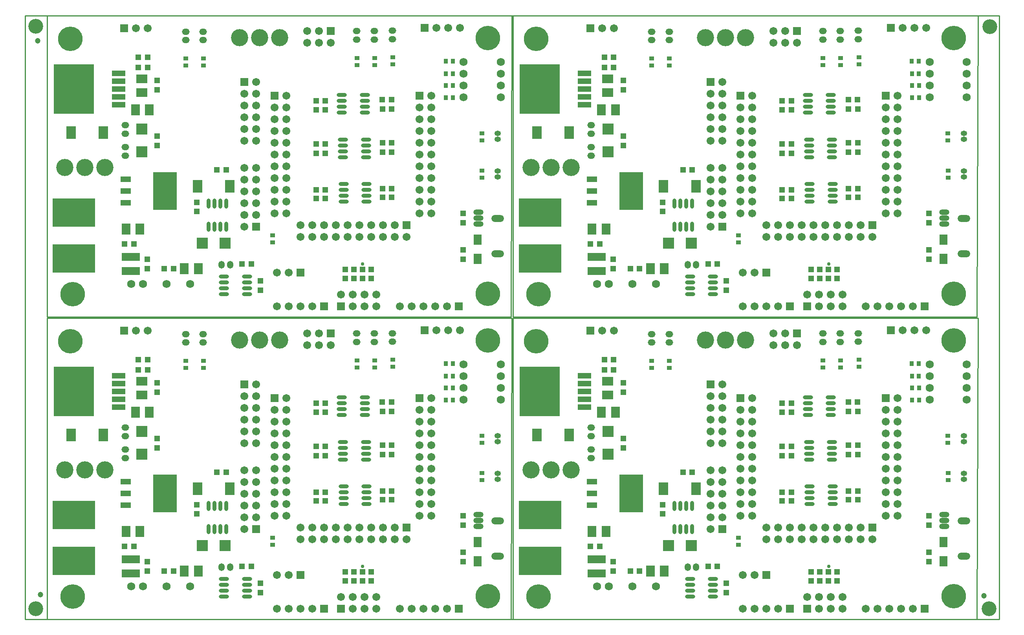
<source format=gts>
G04*
G04 #@! TF.GenerationSoftware,Altium Limited,Altium Designer,20.0.13 (296)*
G04*
G04 Layer_Color=8388736*
%FSLAX24Y24*%
%MOIN*%
G70*
G01*
G75*
%ADD34C,0.0100*%
%ADD73C,0.0474*%
%ADD74O,0.0867X0.0316*%
%ADD75R,0.0474X0.0474*%
%ADD76R,0.0474X0.0474*%
%ADD77R,0.0926X0.0730*%
%ADD78R,0.0730X0.0926*%
%ADD79R,0.0926X0.0966*%
%ADD80O,0.0651X0.0533*%
%ADD81R,0.3623X0.2442*%
%ADD82R,0.2049X0.3230*%
%ADD83R,0.0907X0.0493*%
%ADD84R,0.1537X0.0671*%
%ADD85R,0.0395X0.0379*%
%ADD86O,0.0533X0.0651*%
%ADD87R,0.0848X0.1064*%
%ADD88R,0.0966X0.0926*%
%ADD89O,0.0316X0.0867*%
%ADD90R,0.3387X0.4214*%
%ADD91R,0.1182X0.0493*%
%ADD92R,0.0710X0.0867*%
%ADD93R,0.0379X0.0395*%
%ADD94C,0.1261*%
%ADD95C,0.0310*%
%ADD96C,0.2080*%
%ADD97C,0.0671*%
%ADD98R,0.0671X0.0671*%
%ADD99C,0.0671*%
%ADD100R,0.0671X0.0671*%
%ADD101C,0.1458*%
%ADD102C,0.0680*%
%ADD103O,0.0867X0.0474*%
%ADD104O,0.0867X0.0474*%
%ADD105O,0.1080X0.0580*%
%ADD106O,0.0552X0.0434*%
%ADD107C,0.0300*%
D34*
X0Y0D02*
X78900D01*
X0Y51300D02*
X79050D01*
X78700D02*
X79400D01*
X80700D01*
X79400Y0D02*
X80700D01*
X78700D02*
X79400D01*
X80700Y51300D02*
X80700Y0D01*
X-1969D02*
Y51300D01*
X-700D02*
X0D01*
X-1969D02*
X-700D01*
X-1969Y0D02*
X-700D01*
X0D01*
X-100Y25600D02*
X39270D01*
X37329Y23682D02*
X37329Y23682D01*
X39270Y0D02*
X39349Y25600D01*
X33900Y25600D02*
X39349D01*
X-100D02*
X-100Y10D01*
Y0D02*
X39270D01*
X39449Y25600D02*
X78819D01*
X76877Y23682D02*
X76877Y23682D01*
X78819Y0D02*
X78897Y25600D01*
X73449Y25600D02*
X78897D01*
X39449D02*
X39449Y10D01*
Y0D02*
X78819D01*
X-100Y51300D02*
X39270D01*
X37329Y49382D02*
X37329Y49382D01*
X39270Y25700D02*
X39349Y51300D01*
X33900Y51300D02*
X39349D01*
X-100D02*
X-100Y25710D01*
Y25700D02*
X39270D01*
X39449Y51300D02*
X78819D01*
X76877Y49382D02*
X76877Y49382D01*
X78819Y25700D02*
X78897Y51300D01*
X73449Y51300D02*
X78897D01*
X39449D02*
X39449Y25710D01*
Y25700D02*
X78819D01*
D73*
X79400Y2000D02*
D03*
X-650Y2100D02*
D03*
X-900Y49150D02*
D03*
D74*
X27025Y9800D02*
D03*
Y10300D02*
D03*
Y10800D02*
D03*
Y11300D02*
D03*
X25076Y9800D02*
D03*
Y10300D02*
D03*
Y10800D02*
D03*
Y11300D02*
D03*
X26975Y13575D02*
D03*
Y14075D02*
D03*
Y14575D02*
D03*
Y15075D02*
D03*
X25026Y13575D02*
D03*
Y14075D02*
D03*
Y14575D02*
D03*
Y15075D02*
D03*
X26875Y17350D02*
D03*
Y17850D02*
D03*
Y18350D02*
D03*
Y18850D02*
D03*
X24926Y17350D02*
D03*
Y17850D02*
D03*
Y18350D02*
D03*
Y18850D02*
D03*
X14926Y3415D02*
D03*
Y2915D02*
D03*
Y2415D02*
D03*
Y1915D02*
D03*
X16875Y3415D02*
D03*
Y2915D02*
D03*
Y2415D02*
D03*
Y1915D02*
D03*
X66573Y9800D02*
D03*
Y10300D02*
D03*
Y10800D02*
D03*
Y11300D02*
D03*
X64625Y9800D02*
D03*
Y10300D02*
D03*
Y10800D02*
D03*
Y11300D02*
D03*
X66523Y13575D02*
D03*
Y14075D02*
D03*
Y14575D02*
D03*
Y15075D02*
D03*
X64575Y13575D02*
D03*
Y14075D02*
D03*
Y14575D02*
D03*
Y15075D02*
D03*
X66423Y17350D02*
D03*
Y17850D02*
D03*
Y18350D02*
D03*
Y18850D02*
D03*
X64475Y17350D02*
D03*
Y17850D02*
D03*
Y18350D02*
D03*
Y18850D02*
D03*
X54475Y3415D02*
D03*
Y2915D02*
D03*
Y2415D02*
D03*
Y1915D02*
D03*
X56423Y3415D02*
D03*
Y2915D02*
D03*
Y2415D02*
D03*
Y1915D02*
D03*
X27025Y35500D02*
D03*
Y36000D02*
D03*
Y36500D02*
D03*
Y37000D02*
D03*
X25076Y35500D02*
D03*
Y36000D02*
D03*
Y36500D02*
D03*
Y37000D02*
D03*
X26975Y39275D02*
D03*
Y39775D02*
D03*
Y40275D02*
D03*
Y40775D02*
D03*
X25026Y39275D02*
D03*
Y39775D02*
D03*
Y40275D02*
D03*
Y40775D02*
D03*
X26875Y43050D02*
D03*
Y43550D02*
D03*
Y44050D02*
D03*
Y44550D02*
D03*
X24926Y43050D02*
D03*
Y43550D02*
D03*
Y44050D02*
D03*
Y44550D02*
D03*
X14926Y29115D02*
D03*
Y28615D02*
D03*
Y28115D02*
D03*
Y27615D02*
D03*
X16875Y29115D02*
D03*
Y28615D02*
D03*
Y28115D02*
D03*
Y27615D02*
D03*
X66573Y35500D02*
D03*
Y36000D02*
D03*
Y36500D02*
D03*
Y37000D02*
D03*
X64625Y35500D02*
D03*
Y36000D02*
D03*
Y36500D02*
D03*
Y37000D02*
D03*
X66523Y39275D02*
D03*
Y39775D02*
D03*
Y40275D02*
D03*
Y40775D02*
D03*
X64575Y39275D02*
D03*
Y39775D02*
D03*
Y40275D02*
D03*
Y40775D02*
D03*
X66423Y43050D02*
D03*
Y43550D02*
D03*
Y44050D02*
D03*
Y44550D02*
D03*
X64475Y43050D02*
D03*
Y43550D02*
D03*
Y44050D02*
D03*
Y44550D02*
D03*
X54475Y29115D02*
D03*
Y28615D02*
D03*
Y28115D02*
D03*
Y27615D02*
D03*
X56423Y29115D02*
D03*
Y28615D02*
D03*
Y28115D02*
D03*
Y27615D02*
D03*
D75*
X22731Y18381D02*
D03*
X23519D02*
D03*
X22731Y17600D02*
D03*
X23519D02*
D03*
X22731Y14710D02*
D03*
X23519D02*
D03*
X22731Y13910D02*
D03*
X23519D02*
D03*
X22731Y10800D02*
D03*
X23519D02*
D03*
X22731Y10050D02*
D03*
X23519D02*
D03*
X29150Y17650D02*
D03*
X28363D02*
D03*
X29144Y18450D02*
D03*
X28356D02*
D03*
X29150Y14000D02*
D03*
X28363D02*
D03*
X29150Y14800D02*
D03*
X28363D02*
D03*
X29150Y10174D02*
D03*
X28363D02*
D03*
X29150Y10896D02*
D03*
X28363D02*
D03*
X10644Y4100D02*
D03*
X9856D02*
D03*
X7265Y6200D02*
D03*
X6478D02*
D03*
X15100Y12500D02*
D03*
X14313D02*
D03*
X16455Y4495D02*
D03*
X17243D02*
D03*
X8444Y21200D02*
D03*
X7656D02*
D03*
Y22050D02*
D03*
X8444D02*
D03*
X62280Y18381D02*
D03*
X63067D02*
D03*
X62280Y17600D02*
D03*
X63067D02*
D03*
X62280Y14710D02*
D03*
X63067D02*
D03*
X62280Y13910D02*
D03*
X63067D02*
D03*
X62280Y10800D02*
D03*
X63067D02*
D03*
X62280Y10050D02*
D03*
X63067D02*
D03*
X68699Y17650D02*
D03*
X67912D02*
D03*
X68693Y18450D02*
D03*
X67905D02*
D03*
X68699Y14000D02*
D03*
X67912D02*
D03*
X68699Y14800D02*
D03*
X67912D02*
D03*
X68699Y10174D02*
D03*
X67912D02*
D03*
X68699Y10896D02*
D03*
X67912D02*
D03*
X50193Y4100D02*
D03*
X49405D02*
D03*
X46814Y6200D02*
D03*
X46027D02*
D03*
X54649Y12500D02*
D03*
X53862D02*
D03*
X56004Y4495D02*
D03*
X56791D02*
D03*
X47993Y21200D02*
D03*
X47205D02*
D03*
Y22050D02*
D03*
X47993D02*
D03*
X22731Y44081D02*
D03*
X23519D02*
D03*
X22731Y43300D02*
D03*
X23519D02*
D03*
X22731Y40411D02*
D03*
X23519D02*
D03*
X22731Y39611D02*
D03*
X23519D02*
D03*
X22731Y36500D02*
D03*
X23519D02*
D03*
X22731Y35750D02*
D03*
X23519D02*
D03*
X29150Y43350D02*
D03*
X28363D02*
D03*
X29144Y44150D02*
D03*
X28356D02*
D03*
X29150Y39700D02*
D03*
X28363D02*
D03*
X29150Y40500D02*
D03*
X28363D02*
D03*
X29150Y35874D02*
D03*
X28363D02*
D03*
X29150Y36597D02*
D03*
X28363D02*
D03*
X10644Y29800D02*
D03*
X9856D02*
D03*
X7265Y31900D02*
D03*
X6478D02*
D03*
X15100Y38200D02*
D03*
X14313D02*
D03*
X16455Y30196D02*
D03*
X17243D02*
D03*
X8444Y46900D02*
D03*
X7656D02*
D03*
Y47750D02*
D03*
X8444D02*
D03*
X62280Y44081D02*
D03*
X63067D02*
D03*
X62280Y43300D02*
D03*
X63067D02*
D03*
X62280Y40411D02*
D03*
X63067D02*
D03*
X62280Y39611D02*
D03*
X63067D02*
D03*
X62280Y36500D02*
D03*
X63067D02*
D03*
X62280Y35750D02*
D03*
X63067D02*
D03*
X68699Y43350D02*
D03*
X67912D02*
D03*
X68693Y44150D02*
D03*
X67905D02*
D03*
X68699Y39700D02*
D03*
X67912D02*
D03*
X68699Y40500D02*
D03*
X67912D02*
D03*
X68699Y35874D02*
D03*
X67912D02*
D03*
X68699Y36597D02*
D03*
X67912D02*
D03*
X50193Y29800D02*
D03*
X49405D02*
D03*
X46814Y31900D02*
D03*
X46027D02*
D03*
X54649Y38200D02*
D03*
X53862D02*
D03*
X56004Y30196D02*
D03*
X56791D02*
D03*
X47993Y46900D02*
D03*
X47205D02*
D03*
Y47750D02*
D03*
X47993D02*
D03*
D76*
X9250Y20094D02*
D03*
Y19306D02*
D03*
Y15350D02*
D03*
Y14563D02*
D03*
X27400Y3256D02*
D03*
Y4044D02*
D03*
X25200Y3256D02*
D03*
Y4044D02*
D03*
X25933Y3256D02*
D03*
Y4044D02*
D03*
X26667Y3256D02*
D03*
Y4044D02*
D03*
X18000Y2263D02*
D03*
Y3050D02*
D03*
X8400Y4888D02*
D03*
Y4100D02*
D03*
X12600Y9738D02*
D03*
Y8950D02*
D03*
X35200Y4913D02*
D03*
Y5700D02*
D03*
Y8006D02*
D03*
Y8794D02*
D03*
X48799Y20094D02*
D03*
Y19306D02*
D03*
Y15350D02*
D03*
Y14563D02*
D03*
X66949Y3256D02*
D03*
Y4044D02*
D03*
X64749Y3256D02*
D03*
Y4044D02*
D03*
X65482Y3256D02*
D03*
Y4044D02*
D03*
X66216Y3256D02*
D03*
Y4044D02*
D03*
X57549Y2263D02*
D03*
Y3050D02*
D03*
X47949Y4888D02*
D03*
Y4100D02*
D03*
X52149Y9738D02*
D03*
Y8950D02*
D03*
X74749Y4913D02*
D03*
Y5700D02*
D03*
Y8006D02*
D03*
Y8794D02*
D03*
X9250Y45794D02*
D03*
Y45007D02*
D03*
Y41050D02*
D03*
Y40263D02*
D03*
X27400Y28957D02*
D03*
Y29744D02*
D03*
X25200Y28957D02*
D03*
Y29744D02*
D03*
X25933Y28957D02*
D03*
Y29744D02*
D03*
X26667Y28957D02*
D03*
Y29744D02*
D03*
X18000Y27963D02*
D03*
Y28750D02*
D03*
X8400Y30588D02*
D03*
Y29800D02*
D03*
X12600Y35438D02*
D03*
Y34650D02*
D03*
X35200Y30613D02*
D03*
Y31400D02*
D03*
Y33707D02*
D03*
Y34494D02*
D03*
X48799Y45794D02*
D03*
Y45007D02*
D03*
Y41050D02*
D03*
Y40263D02*
D03*
X66949Y28957D02*
D03*
Y29744D02*
D03*
X64749Y28957D02*
D03*
Y29744D02*
D03*
X65482Y28957D02*
D03*
Y29744D02*
D03*
X66216Y28957D02*
D03*
Y29744D02*
D03*
X57549Y27963D02*
D03*
Y28750D02*
D03*
X47949Y30588D02*
D03*
Y29800D02*
D03*
X52149Y35438D02*
D03*
Y34650D02*
D03*
X74749Y30613D02*
D03*
Y31400D02*
D03*
Y33707D02*
D03*
Y34494D02*
D03*
D77*
X7942Y20241D02*
D03*
Y19060D02*
D03*
X47491Y20241D02*
D03*
Y19060D02*
D03*
X7942Y45941D02*
D03*
Y44760D02*
D03*
X47491Y45941D02*
D03*
Y44760D02*
D03*
D78*
X7410Y17600D02*
D03*
X8591D02*
D03*
X11560Y4092D02*
D03*
X12741D02*
D03*
X7787Y7450D02*
D03*
X6606D02*
D03*
X46958Y17600D02*
D03*
X48139D02*
D03*
X51108Y4092D02*
D03*
X52289D02*
D03*
X47336Y7450D02*
D03*
X46155D02*
D03*
X7410Y43300D02*
D03*
X8591D02*
D03*
X11560Y29792D02*
D03*
X12741D02*
D03*
X7787Y33150D02*
D03*
X6606D02*
D03*
X46958Y43300D02*
D03*
X48139D02*
D03*
X51108Y29792D02*
D03*
X52289D02*
D03*
X47336Y33150D02*
D03*
X46155D02*
D03*
D79*
X7950Y15965D02*
D03*
Y14036D02*
D03*
X47499Y15965D02*
D03*
Y14036D02*
D03*
X7950Y41665D02*
D03*
Y39736D02*
D03*
X47499Y41665D02*
D03*
Y39736D02*
D03*
D80*
X6543Y14420D02*
D03*
Y13691D02*
D03*
Y15577D02*
D03*
Y16305D02*
D03*
X29200Y24314D02*
D03*
Y23586D02*
D03*
X26180Y23565D02*
D03*
Y24294D02*
D03*
X27670Y23565D02*
D03*
Y24294D02*
D03*
X13155Y23517D02*
D03*
Y24245D02*
D03*
X11665Y23517D02*
D03*
Y24245D02*
D03*
X46092Y14420D02*
D03*
Y13691D02*
D03*
Y15577D02*
D03*
Y16305D02*
D03*
X68749Y24314D02*
D03*
Y23586D02*
D03*
X65729Y23565D02*
D03*
Y24294D02*
D03*
X67219Y23565D02*
D03*
Y24294D02*
D03*
X52704Y23517D02*
D03*
Y24245D02*
D03*
X51214Y23517D02*
D03*
Y24245D02*
D03*
X6543Y40120D02*
D03*
Y39392D02*
D03*
Y41277D02*
D03*
Y42006D02*
D03*
X29200Y50015D02*
D03*
Y49286D02*
D03*
X26180Y49266D02*
D03*
Y49994D02*
D03*
X27670Y49266D02*
D03*
Y49994D02*
D03*
X13155Y49217D02*
D03*
Y49946D02*
D03*
X11665Y49217D02*
D03*
Y49946D02*
D03*
X46092Y40120D02*
D03*
Y39392D02*
D03*
Y41277D02*
D03*
Y42006D02*
D03*
X68749Y50015D02*
D03*
Y49286D02*
D03*
X65729Y49266D02*
D03*
Y49994D02*
D03*
X67219Y49266D02*
D03*
Y49994D02*
D03*
X52704Y49217D02*
D03*
Y49946D02*
D03*
X51214Y49217D02*
D03*
Y49946D02*
D03*
D81*
X2187Y4950D02*
D03*
Y8850D02*
D03*
X41736Y4950D02*
D03*
Y8850D02*
D03*
X2187Y30650D02*
D03*
Y34550D02*
D03*
X41736Y30650D02*
D03*
Y34550D02*
D03*
D82*
X9914Y10700D02*
D03*
X49462D02*
D03*
X9914Y36400D02*
D03*
X49462D02*
D03*
D83*
X6587Y9700D02*
D03*
Y10700D02*
D03*
Y11700D02*
D03*
X46136Y9700D02*
D03*
Y10700D02*
D03*
Y11700D02*
D03*
X6587Y35400D02*
D03*
Y36400D02*
D03*
Y37400D02*
D03*
X46136Y35400D02*
D03*
Y36400D02*
D03*
Y37400D02*
D03*
D84*
X7010Y3886D02*
D03*
Y5106D02*
D03*
X46559Y3886D02*
D03*
Y5106D02*
D03*
X7010Y29586D02*
D03*
Y30807D02*
D03*
X46559Y29586D02*
D03*
Y30807D02*
D03*
D85*
X19045Y6942D02*
D03*
Y6344D02*
D03*
X36814Y12425D02*
D03*
Y11827D02*
D03*
X36800Y15599D02*
D03*
Y15000D02*
D03*
X26200Y21999D02*
D03*
Y21401D02*
D03*
X27700Y21999D02*
D03*
Y21401D02*
D03*
X29250Y22049D02*
D03*
Y21451D02*
D03*
X13165Y21951D02*
D03*
Y21353D02*
D03*
X11665Y21951D02*
D03*
Y21353D02*
D03*
X58593Y6942D02*
D03*
Y6344D02*
D03*
X76363Y12425D02*
D03*
Y11827D02*
D03*
X76349Y15599D02*
D03*
Y15000D02*
D03*
X65749Y21999D02*
D03*
Y21401D02*
D03*
X67249Y21999D02*
D03*
Y21401D02*
D03*
X68799Y22049D02*
D03*
Y21451D02*
D03*
X52714Y21951D02*
D03*
Y21353D02*
D03*
X51214Y21951D02*
D03*
Y21353D02*
D03*
X19045Y32642D02*
D03*
Y32044D02*
D03*
X36814Y38126D02*
D03*
Y37527D02*
D03*
X36800Y41299D02*
D03*
Y40700D02*
D03*
X26200Y47700D02*
D03*
Y47101D02*
D03*
X27700Y47700D02*
D03*
Y47101D02*
D03*
X29250Y47750D02*
D03*
Y47151D02*
D03*
X13165Y47651D02*
D03*
Y47053D02*
D03*
X11665Y47651D02*
D03*
Y47053D02*
D03*
X58593Y32642D02*
D03*
Y32044D02*
D03*
X76363Y38126D02*
D03*
Y37527D02*
D03*
X76349Y41299D02*
D03*
Y40700D02*
D03*
X65749Y47700D02*
D03*
Y47101D02*
D03*
X67249Y47700D02*
D03*
Y47101D02*
D03*
X68799Y47750D02*
D03*
Y47151D02*
D03*
X52714Y47651D02*
D03*
Y47053D02*
D03*
X51214Y47651D02*
D03*
Y47053D02*
D03*
D86*
X14715Y4430D02*
D03*
X15443D02*
D03*
X54263D02*
D03*
X54992D02*
D03*
X14715Y30130D02*
D03*
X15443D02*
D03*
X54263D02*
D03*
X54992D02*
D03*
D87*
X12680Y11100D02*
D03*
X15416D02*
D03*
X4668Y15650D02*
D03*
X1932D02*
D03*
X52228Y11100D02*
D03*
X54965D02*
D03*
X44217Y15650D02*
D03*
X41481D02*
D03*
X12680Y36800D02*
D03*
X15416D02*
D03*
X4668Y41350D02*
D03*
X1932D02*
D03*
X52228Y36800D02*
D03*
X54965D02*
D03*
X44217Y41350D02*
D03*
X41481D02*
D03*
D88*
X15015Y6250D02*
D03*
X13086D02*
D03*
X54563D02*
D03*
X52634D02*
D03*
X15015Y31950D02*
D03*
X13086D02*
D03*
X54563D02*
D03*
X52634D02*
D03*
D89*
X13600Y7676D02*
D03*
X14100D02*
D03*
X14600D02*
D03*
X15100D02*
D03*
X13600Y9625D02*
D03*
X14100D02*
D03*
X14600D02*
D03*
X15100D02*
D03*
X53149Y7676D02*
D03*
X53649D02*
D03*
X54149D02*
D03*
X54649D02*
D03*
X53149Y9625D02*
D03*
X53649D02*
D03*
X54149D02*
D03*
X54649D02*
D03*
X13600Y33376D02*
D03*
X14100D02*
D03*
X14600D02*
D03*
X15100D02*
D03*
X13600Y35325D02*
D03*
X14100D02*
D03*
X14600D02*
D03*
X15100D02*
D03*
X53149Y33376D02*
D03*
X53649D02*
D03*
X54149D02*
D03*
X54649D02*
D03*
X53149Y35325D02*
D03*
X53649D02*
D03*
X54149D02*
D03*
X54649D02*
D03*
D90*
X2179Y19361D02*
D03*
X41727D02*
D03*
X2179Y45061D02*
D03*
X41727D02*
D03*
D91*
X5978Y20699D02*
D03*
Y20030D02*
D03*
Y19361D02*
D03*
Y18691D02*
D03*
Y18022D02*
D03*
X45527Y20699D02*
D03*
Y20030D02*
D03*
Y19361D02*
D03*
Y18691D02*
D03*
Y18022D02*
D03*
X5978Y46400D02*
D03*
Y45730D02*
D03*
Y45061D02*
D03*
Y44392D02*
D03*
Y43723D02*
D03*
X45527Y46400D02*
D03*
Y45730D02*
D03*
Y45061D02*
D03*
Y44392D02*
D03*
Y43723D02*
D03*
D92*
X36432Y4923D02*
D03*
Y6577D02*
D03*
X75981Y4923D02*
D03*
Y6577D02*
D03*
X36432Y30624D02*
D03*
Y32277D02*
D03*
X75981Y30624D02*
D03*
Y32277D02*
D03*
D93*
X33748Y18618D02*
D03*
X34347D02*
D03*
X34349Y19650D02*
D03*
X33751D02*
D03*
X33744Y21731D02*
D03*
X34342D02*
D03*
X33746Y20676D02*
D03*
X34344D02*
D03*
X73297Y18618D02*
D03*
X73895D02*
D03*
X73898Y19650D02*
D03*
X73300D02*
D03*
X73292Y21731D02*
D03*
X73891D02*
D03*
X73295Y20676D02*
D03*
X73893D02*
D03*
X33748Y44318D02*
D03*
X34347D02*
D03*
X34349Y45350D02*
D03*
X33751D02*
D03*
X33744Y47431D02*
D03*
X34342D02*
D03*
X33746Y46376D02*
D03*
X34344D02*
D03*
X73297Y44318D02*
D03*
X73895D02*
D03*
X73898Y45350D02*
D03*
X73300D02*
D03*
X73292Y47431D02*
D03*
X73891D02*
D03*
X73295Y46376D02*
D03*
X73893D02*
D03*
D94*
X79850Y900D02*
D03*
X79900Y50350D02*
D03*
X-1050Y50400D02*
D03*
Y900D02*
D03*
D95*
X2477Y24193D02*
D03*
X2691Y23728D02*
D03*
X2591Y23227D02*
D03*
X2215Y22880D02*
D03*
X1707Y22820D02*
D03*
X1260Y23070D02*
D03*
X1047Y23535D02*
D03*
X1147Y24037D02*
D03*
X1523Y24384D02*
D03*
X2031Y24443D02*
D03*
X37916Y24246D02*
D03*
X38130Y23782D02*
D03*
X38030Y23280D02*
D03*
X37654Y22933D02*
D03*
X37146Y22873D02*
D03*
X36700Y23124D02*
D03*
X36486Y23588D02*
D03*
X36586Y24090D02*
D03*
X36962Y24437D02*
D03*
X37470Y24497D02*
D03*
X37910Y2530D02*
D03*
X38124Y2065D02*
D03*
X38024Y1564D02*
D03*
X37648Y1217D02*
D03*
X37140Y1157D02*
D03*
X36693Y1407D02*
D03*
X36480Y1872D02*
D03*
X36580Y2374D02*
D03*
X36956Y2721D02*
D03*
X37464Y2780D02*
D03*
X2677Y2480D02*
D03*
X2891Y2015D02*
D03*
X2791Y1514D02*
D03*
X2415Y1167D02*
D03*
X1907Y1107D02*
D03*
X1460Y1357D02*
D03*
X1247Y1822D02*
D03*
X1347Y2324D02*
D03*
X1723Y2671D02*
D03*
X2231Y2730D02*
D03*
X42026Y24193D02*
D03*
X42240Y23728D02*
D03*
X42139Y23227D02*
D03*
X41763Y22880D02*
D03*
X41255Y22820D02*
D03*
X40809Y23070D02*
D03*
X40595Y23535D02*
D03*
X40696Y24037D02*
D03*
X41071Y24384D02*
D03*
X41580Y24443D02*
D03*
X77465Y24246D02*
D03*
X77679Y23782D02*
D03*
X77579Y23280D02*
D03*
X77203Y22933D02*
D03*
X76695Y22873D02*
D03*
X76248Y23124D02*
D03*
X76035Y23588D02*
D03*
X76135Y24090D02*
D03*
X76511Y24437D02*
D03*
X77019Y24497D02*
D03*
X77459Y2530D02*
D03*
X77673Y2065D02*
D03*
X77572Y1564D02*
D03*
X77196Y1217D02*
D03*
X76688Y1157D02*
D03*
X76242Y1407D02*
D03*
X76028Y1872D02*
D03*
X76129Y2374D02*
D03*
X76505Y2721D02*
D03*
X77013Y2780D02*
D03*
X42226Y2480D02*
D03*
X42440Y2015D02*
D03*
X42339Y1514D02*
D03*
X41963Y1167D02*
D03*
X41455Y1107D02*
D03*
X41009Y1357D02*
D03*
X40795Y1822D02*
D03*
X40896Y2324D02*
D03*
X41271Y2671D02*
D03*
X41780Y2730D02*
D03*
X2477Y49893D02*
D03*
X2691Y49429D02*
D03*
X2591Y48927D02*
D03*
X2215Y48580D02*
D03*
X1707Y48520D02*
D03*
X1260Y48771D02*
D03*
X1047Y49235D02*
D03*
X1147Y49737D02*
D03*
X1523Y50084D02*
D03*
X2031Y50144D02*
D03*
X37916Y49947D02*
D03*
X38130Y49482D02*
D03*
X38030Y48980D02*
D03*
X37654Y48633D02*
D03*
X37146Y48574D02*
D03*
X36700Y48824D02*
D03*
X36486Y49289D02*
D03*
X36586Y49790D02*
D03*
X36962Y50137D02*
D03*
X37470Y50197D02*
D03*
X37910Y28230D02*
D03*
X38124Y27766D02*
D03*
X38024Y27264D02*
D03*
X37648Y26917D02*
D03*
X37140Y26857D02*
D03*
X36693Y27108D02*
D03*
X36480Y27572D02*
D03*
X36580Y28074D02*
D03*
X36956Y28421D02*
D03*
X37464Y28481D02*
D03*
X2677Y28180D02*
D03*
X2891Y27716D02*
D03*
X2791Y27214D02*
D03*
X2415Y26867D02*
D03*
X1907Y26807D02*
D03*
X1460Y27058D02*
D03*
X1247Y27522D02*
D03*
X1347Y28024D02*
D03*
X1723Y28371D02*
D03*
X2231Y28431D02*
D03*
X42026Y49893D02*
D03*
X42240Y49429D02*
D03*
X42139Y48927D02*
D03*
X41763Y48580D02*
D03*
X41255Y48520D02*
D03*
X40809Y48771D02*
D03*
X40595Y49235D02*
D03*
X40696Y49737D02*
D03*
X41071Y50084D02*
D03*
X41580Y50144D02*
D03*
X77465Y49947D02*
D03*
X77679Y49482D02*
D03*
X77579Y48980D02*
D03*
X77203Y48633D02*
D03*
X76695Y48574D02*
D03*
X76248Y48824D02*
D03*
X76035Y49289D02*
D03*
X76135Y49790D02*
D03*
X76511Y50137D02*
D03*
X77019Y50197D02*
D03*
X77459Y28230D02*
D03*
X77673Y27766D02*
D03*
X77572Y27264D02*
D03*
X77196Y26917D02*
D03*
X76688Y26857D02*
D03*
X76242Y27108D02*
D03*
X76028Y27572D02*
D03*
X76129Y28074D02*
D03*
X76505Y28421D02*
D03*
X77013Y28481D02*
D03*
X42226Y28180D02*
D03*
X42440Y27716D02*
D03*
X42339Y27214D02*
D03*
X41963Y26867D02*
D03*
X41455Y26807D02*
D03*
X41009Y27058D02*
D03*
X40795Y27522D02*
D03*
X40896Y28024D02*
D03*
X41271Y28371D02*
D03*
X41780Y28431D02*
D03*
D96*
X1869Y23632D02*
D03*
X37308Y23685D02*
D03*
X37302Y1969D02*
D03*
X2069Y1919D02*
D03*
X41417Y23632D02*
D03*
X76857Y23685D02*
D03*
X76851Y1969D02*
D03*
X41617Y1919D02*
D03*
X1869Y49332D02*
D03*
X37308Y49385D02*
D03*
X37302Y27669D02*
D03*
X2069Y27619D02*
D03*
X41417Y49332D02*
D03*
X76857Y49385D02*
D03*
X76851Y27669D02*
D03*
X41617Y27619D02*
D03*
D97*
X32518Y8800D02*
D03*
X31518D02*
D03*
X32518Y9800D02*
D03*
X31518D02*
D03*
X32518Y10800D02*
D03*
X31518D02*
D03*
X32518Y11800D02*
D03*
X31518D02*
D03*
X32518Y12800D02*
D03*
X31518D02*
D03*
X32518Y13800D02*
D03*
X31518D02*
D03*
X32518Y14800D02*
D03*
X31518D02*
D03*
X32518Y15800D02*
D03*
X31518D02*
D03*
X32518Y16800D02*
D03*
X31518D02*
D03*
X32518Y17800D02*
D03*
X31518D02*
D03*
X32518Y18800D02*
D03*
X21400Y6800D02*
D03*
Y7800D02*
D03*
X22400Y6800D02*
D03*
Y7800D02*
D03*
X23400Y6800D02*
D03*
Y7800D02*
D03*
X24400Y6800D02*
D03*
Y7800D02*
D03*
X25400Y6800D02*
D03*
Y7800D02*
D03*
X28400Y6800D02*
D03*
Y7800D02*
D03*
X29400Y6800D02*
D03*
Y7800D02*
D03*
X30400Y6800D02*
D03*
X20203Y8800D02*
D03*
X19203D02*
D03*
X20203Y9800D02*
D03*
X19203D02*
D03*
X20203Y10800D02*
D03*
X19203D02*
D03*
X20203Y11800D02*
D03*
X19203D02*
D03*
X20203Y12800D02*
D03*
X19203D02*
D03*
X20203Y13800D02*
D03*
X19203D02*
D03*
X20203Y14800D02*
D03*
X19203D02*
D03*
X20203Y15800D02*
D03*
X19203D02*
D03*
X20203Y16800D02*
D03*
X19203D02*
D03*
X20203Y17800D02*
D03*
X19203D02*
D03*
X20203Y18800D02*
D03*
X19403Y3749D02*
D03*
X20403D02*
D03*
X24856Y1903D02*
D03*
X25856Y903D02*
D03*
Y1903D02*
D03*
X26856Y903D02*
D03*
Y1903D02*
D03*
X27856Y903D02*
D03*
Y1903D02*
D03*
X16650Y7650D02*
D03*
X17650Y8650D02*
D03*
X16650D02*
D03*
X17650Y9650D02*
D03*
X16650D02*
D03*
X17650Y10650D02*
D03*
X16650D02*
D03*
X17650Y11650D02*
D03*
X16650D02*
D03*
X17650Y12650D02*
D03*
X16650D02*
D03*
X17650Y19950D02*
D03*
X16650Y18950D02*
D03*
X17650D02*
D03*
X16650Y17950D02*
D03*
X17650D02*
D03*
X16650Y16950D02*
D03*
X17650D02*
D03*
X16650Y15950D02*
D03*
X17650D02*
D03*
X16650Y14950D02*
D03*
X17650D02*
D03*
X19408Y884D02*
D03*
X20408D02*
D03*
X21408D02*
D03*
X22408D02*
D03*
X29832Y909D02*
D03*
X30832D02*
D03*
X31832D02*
D03*
X32832D02*
D03*
X33832D02*
D03*
X32950Y24550D02*
D03*
X33950D02*
D03*
X34950D02*
D03*
X21985Y23295D02*
D03*
Y24295D02*
D03*
X22985Y23295D02*
D03*
Y24295D02*
D03*
X23985Y23295D02*
D03*
X8450Y24536D02*
D03*
X7450D02*
D03*
X72067Y8800D02*
D03*
X71067D02*
D03*
X72067Y9800D02*
D03*
X71067D02*
D03*
X72067Y10800D02*
D03*
X71067D02*
D03*
X72067Y11800D02*
D03*
X71067D02*
D03*
X72067Y12800D02*
D03*
X71067D02*
D03*
X72067Y13800D02*
D03*
X71067D02*
D03*
X72067Y14800D02*
D03*
X71067D02*
D03*
X72067Y15800D02*
D03*
X71067D02*
D03*
X72067Y16800D02*
D03*
X71067D02*
D03*
X72067Y17800D02*
D03*
X71067D02*
D03*
X72067Y18800D02*
D03*
X60949Y6800D02*
D03*
Y7800D02*
D03*
X61949Y6800D02*
D03*
Y7800D02*
D03*
X62949Y6800D02*
D03*
Y7800D02*
D03*
X63949Y6800D02*
D03*
Y7800D02*
D03*
X64949Y6800D02*
D03*
Y7800D02*
D03*
X67949Y6800D02*
D03*
Y7800D02*
D03*
X68949Y6800D02*
D03*
Y7800D02*
D03*
X69949Y6800D02*
D03*
X59752Y8800D02*
D03*
X58752D02*
D03*
X59752Y9800D02*
D03*
X58752D02*
D03*
X59752Y10800D02*
D03*
X58752D02*
D03*
X59752Y11800D02*
D03*
X58752D02*
D03*
X59752Y12800D02*
D03*
X58752D02*
D03*
X59752Y13800D02*
D03*
X58752D02*
D03*
X59752Y14800D02*
D03*
X58752D02*
D03*
X59752Y15800D02*
D03*
X58752D02*
D03*
X59752Y16800D02*
D03*
X58752D02*
D03*
X59752Y17800D02*
D03*
X58752D02*
D03*
X59752Y18800D02*
D03*
X58952Y3749D02*
D03*
X59952D02*
D03*
X64405Y1903D02*
D03*
X65405Y903D02*
D03*
Y1903D02*
D03*
X66405Y903D02*
D03*
Y1903D02*
D03*
X67405Y903D02*
D03*
Y1903D02*
D03*
X56199Y7650D02*
D03*
X57199Y8650D02*
D03*
X56199D02*
D03*
X57199Y9650D02*
D03*
X56199D02*
D03*
X57199Y10650D02*
D03*
X56199D02*
D03*
X57199Y11650D02*
D03*
X56199D02*
D03*
X57199Y12650D02*
D03*
X56199D02*
D03*
X57199Y19950D02*
D03*
X56199Y18950D02*
D03*
X57199D02*
D03*
X56199Y17950D02*
D03*
X57199D02*
D03*
X56199Y16950D02*
D03*
X57199D02*
D03*
X56199Y15950D02*
D03*
X57199D02*
D03*
X56199Y14950D02*
D03*
X57199D02*
D03*
X58956Y884D02*
D03*
X59956D02*
D03*
X60956D02*
D03*
X61956D02*
D03*
X69381Y909D02*
D03*
X70381D02*
D03*
X71381D02*
D03*
X72381D02*
D03*
X73381D02*
D03*
X72499Y24550D02*
D03*
X73499D02*
D03*
X74499D02*
D03*
X61534Y23295D02*
D03*
Y24295D02*
D03*
X62534Y23295D02*
D03*
Y24295D02*
D03*
X63534Y23295D02*
D03*
X47999Y24536D02*
D03*
X46999D02*
D03*
X32518Y34500D02*
D03*
X31518D02*
D03*
X32518Y35500D02*
D03*
X31518D02*
D03*
X32518Y36500D02*
D03*
X31518D02*
D03*
X32518Y37500D02*
D03*
X31518D02*
D03*
X32518Y38500D02*
D03*
X31518D02*
D03*
X32518Y39500D02*
D03*
X31518D02*
D03*
X32518Y40500D02*
D03*
X31518D02*
D03*
X32518Y41500D02*
D03*
X31518D02*
D03*
X32518Y42500D02*
D03*
X31518D02*
D03*
X32518Y43500D02*
D03*
X31518D02*
D03*
X32518Y44500D02*
D03*
X21400Y32500D02*
D03*
Y33500D02*
D03*
X22400Y32500D02*
D03*
Y33500D02*
D03*
X23400Y32500D02*
D03*
Y33500D02*
D03*
X24400Y32500D02*
D03*
Y33500D02*
D03*
X25400Y32500D02*
D03*
Y33500D02*
D03*
X28400Y32500D02*
D03*
Y33500D02*
D03*
X29400Y32500D02*
D03*
Y33500D02*
D03*
X30400Y32500D02*
D03*
X20203Y34500D02*
D03*
X19203D02*
D03*
X20203Y35500D02*
D03*
X19203D02*
D03*
X20203Y36500D02*
D03*
X19203D02*
D03*
X20203Y37500D02*
D03*
X19203D02*
D03*
X20203Y38500D02*
D03*
X19203D02*
D03*
X20203Y39500D02*
D03*
X19203D02*
D03*
X20203Y40500D02*
D03*
X19203D02*
D03*
X20203Y41500D02*
D03*
X19203D02*
D03*
X20203Y42500D02*
D03*
X19203D02*
D03*
X20203Y43500D02*
D03*
X19203D02*
D03*
X20203Y44500D02*
D03*
X19403Y29449D02*
D03*
X20403D02*
D03*
X24856Y27603D02*
D03*
X25856Y26603D02*
D03*
Y27603D02*
D03*
X26856Y26603D02*
D03*
Y27603D02*
D03*
X27856Y26603D02*
D03*
Y27603D02*
D03*
X16650Y33350D02*
D03*
X17650Y34350D02*
D03*
X16650D02*
D03*
X17650Y35350D02*
D03*
X16650D02*
D03*
X17650Y36350D02*
D03*
X16650D02*
D03*
X17650Y37350D02*
D03*
X16650D02*
D03*
X17650Y38350D02*
D03*
X16650D02*
D03*
X17650Y45650D02*
D03*
X16650Y44650D02*
D03*
X17650D02*
D03*
X16650Y43650D02*
D03*
X17650D02*
D03*
X16650Y42650D02*
D03*
X17650D02*
D03*
X16650Y41650D02*
D03*
X17650D02*
D03*
X16650Y40650D02*
D03*
X17650D02*
D03*
X19408Y26584D02*
D03*
X20408D02*
D03*
X21408D02*
D03*
X22408D02*
D03*
X29832Y26609D02*
D03*
X30832D02*
D03*
X31832D02*
D03*
X32832D02*
D03*
X33832D02*
D03*
X32950Y50250D02*
D03*
X33950D02*
D03*
X34950D02*
D03*
X21985Y48995D02*
D03*
Y49995D02*
D03*
X22985Y48995D02*
D03*
Y49995D02*
D03*
X23985Y48995D02*
D03*
X8450Y50236D02*
D03*
X7450D02*
D03*
X72067Y34500D02*
D03*
X71067D02*
D03*
X72067Y35500D02*
D03*
X71067D02*
D03*
X72067Y36500D02*
D03*
X71067D02*
D03*
X72067Y37500D02*
D03*
X71067D02*
D03*
X72067Y38500D02*
D03*
X71067D02*
D03*
X72067Y39500D02*
D03*
X71067D02*
D03*
X72067Y40500D02*
D03*
X71067D02*
D03*
X72067Y41500D02*
D03*
X71067D02*
D03*
X72067Y42500D02*
D03*
X71067D02*
D03*
X72067Y43500D02*
D03*
X71067D02*
D03*
X72067Y44500D02*
D03*
X60949Y32500D02*
D03*
Y33500D02*
D03*
X61949Y32500D02*
D03*
Y33500D02*
D03*
X62949Y32500D02*
D03*
Y33500D02*
D03*
X63949Y32500D02*
D03*
Y33500D02*
D03*
X64949Y32500D02*
D03*
Y33500D02*
D03*
X67949Y32500D02*
D03*
Y33500D02*
D03*
X68949Y32500D02*
D03*
Y33500D02*
D03*
X69949Y32500D02*
D03*
X59752Y34500D02*
D03*
X58752D02*
D03*
X59752Y35500D02*
D03*
X58752D02*
D03*
X59752Y36500D02*
D03*
X58752D02*
D03*
X59752Y37500D02*
D03*
X58752D02*
D03*
X59752Y38500D02*
D03*
X58752D02*
D03*
X59752Y39500D02*
D03*
X58752D02*
D03*
X59752Y40500D02*
D03*
X58752D02*
D03*
X59752Y41500D02*
D03*
X58752D02*
D03*
X59752Y42500D02*
D03*
X58752D02*
D03*
X59752Y43500D02*
D03*
X58752D02*
D03*
X59752Y44500D02*
D03*
X58952Y29449D02*
D03*
X59952D02*
D03*
X64405Y27603D02*
D03*
X65405Y26603D02*
D03*
Y27603D02*
D03*
X66405Y26603D02*
D03*
Y27603D02*
D03*
X67405Y26603D02*
D03*
Y27603D02*
D03*
X56199Y33350D02*
D03*
X57199Y34350D02*
D03*
X56199D02*
D03*
X57199Y35350D02*
D03*
X56199D02*
D03*
X57199Y36350D02*
D03*
X56199D02*
D03*
X57199Y37350D02*
D03*
X56199D02*
D03*
X57199Y38350D02*
D03*
X56199D02*
D03*
X57199Y45650D02*
D03*
X56199Y44650D02*
D03*
X57199D02*
D03*
X56199Y43650D02*
D03*
X57199D02*
D03*
X56199Y42650D02*
D03*
X57199D02*
D03*
X56199Y41650D02*
D03*
X57199D02*
D03*
X56199Y40650D02*
D03*
X57199D02*
D03*
X58956Y26584D02*
D03*
X59956D02*
D03*
X60956D02*
D03*
X61956D02*
D03*
X69381Y26609D02*
D03*
X70381D02*
D03*
X71381D02*
D03*
X72381D02*
D03*
X73381D02*
D03*
X72499Y50250D02*
D03*
X73499D02*
D03*
X74499D02*
D03*
X61534Y48995D02*
D03*
Y49995D02*
D03*
X62534Y48995D02*
D03*
Y49995D02*
D03*
X63534Y48995D02*
D03*
X47999Y50236D02*
D03*
X46999D02*
D03*
D98*
X31518Y18800D02*
D03*
X19203D02*
D03*
X17650Y7650D02*
D03*
X16650Y19950D02*
D03*
X71067Y18800D02*
D03*
X58752D02*
D03*
X57199Y7650D02*
D03*
X56199Y19950D02*
D03*
X31518Y44500D02*
D03*
X19203D02*
D03*
X17650Y33350D02*
D03*
X16650Y45650D02*
D03*
X71067Y44500D02*
D03*
X58752D02*
D03*
X57199Y33350D02*
D03*
X56199Y45650D02*
D03*
D99*
X26400Y6800D02*
D03*
Y7800D02*
D03*
X27400Y6800D02*
D03*
Y7800D02*
D03*
X65949Y6800D02*
D03*
Y7800D02*
D03*
X66949Y6800D02*
D03*
Y7800D02*
D03*
X26400Y32500D02*
D03*
Y33500D02*
D03*
X27400Y32500D02*
D03*
Y33500D02*
D03*
X65949Y32500D02*
D03*
Y33500D02*
D03*
X66949Y32500D02*
D03*
Y33500D02*
D03*
D100*
X30400Y7800D02*
D03*
X21403Y3749D02*
D03*
X24856Y903D02*
D03*
X23408Y884D02*
D03*
X34832Y909D02*
D03*
X31950Y24550D02*
D03*
X23985Y24295D02*
D03*
X6450Y24536D02*
D03*
X69949Y7800D02*
D03*
X60952Y3749D02*
D03*
X64405Y903D02*
D03*
X62956Y884D02*
D03*
X74381Y909D02*
D03*
X71499Y24550D02*
D03*
X63534Y24295D02*
D03*
X45999Y24536D02*
D03*
X30400Y33500D02*
D03*
X21403Y29449D02*
D03*
X24856Y26603D02*
D03*
X23408Y26584D02*
D03*
X34832Y26609D02*
D03*
X31950Y50250D02*
D03*
X23985Y49995D02*
D03*
X6450Y50236D02*
D03*
X69949Y33500D02*
D03*
X60952Y29449D02*
D03*
X64405Y26603D02*
D03*
X62956Y26584D02*
D03*
X74381Y26609D02*
D03*
X71499Y50250D02*
D03*
X63534Y49995D02*
D03*
X45999Y50236D02*
D03*
D101*
X1426Y12700D02*
D03*
X3126D02*
D03*
X4826D02*
D03*
X16235Y23745D02*
D03*
X17935D02*
D03*
X19635D02*
D03*
X40974Y12700D02*
D03*
X42674D02*
D03*
X44374D02*
D03*
X55784Y23745D02*
D03*
X57484D02*
D03*
X59184D02*
D03*
X1426Y38400D02*
D03*
X3126D02*
D03*
X4826D02*
D03*
X16235Y49445D02*
D03*
X17935D02*
D03*
X19635D02*
D03*
X40974Y38400D02*
D03*
X42674D02*
D03*
X44374D02*
D03*
X55784Y49445D02*
D03*
X57484D02*
D03*
X59184D02*
D03*
D102*
X7043Y2800D02*
D03*
X8043D02*
D03*
X10043D02*
D03*
X12043D02*
D03*
X35251Y18650D02*
D03*
Y19650D02*
D03*
X38400Y21650D02*
D03*
X35251Y20650D02*
D03*
Y21650D02*
D03*
X38400Y20650D02*
D03*
Y19650D02*
D03*
Y18650D02*
D03*
X46592Y2800D02*
D03*
X47592D02*
D03*
X49592D02*
D03*
X51592D02*
D03*
X74799Y18650D02*
D03*
Y19650D02*
D03*
X77949Y21650D02*
D03*
X74799Y20650D02*
D03*
Y21650D02*
D03*
X77949Y20650D02*
D03*
Y19650D02*
D03*
Y18650D02*
D03*
X7043Y28500D02*
D03*
X8043D02*
D03*
X10043D02*
D03*
X12043D02*
D03*
X35251Y44350D02*
D03*
Y45350D02*
D03*
X38400Y47350D02*
D03*
X35251Y46350D02*
D03*
Y47350D02*
D03*
X38400Y46350D02*
D03*
Y45350D02*
D03*
Y44350D02*
D03*
X46592Y28500D02*
D03*
X47592D02*
D03*
X49592D02*
D03*
X51592D02*
D03*
X74799Y44350D02*
D03*
Y45350D02*
D03*
X77949Y47350D02*
D03*
X74799Y46350D02*
D03*
Y47350D02*
D03*
X77949Y46350D02*
D03*
Y45350D02*
D03*
Y44350D02*
D03*
D103*
X36500Y8900D02*
D03*
Y7900D02*
D03*
X76049Y8900D02*
D03*
Y7900D02*
D03*
X36500Y34600D02*
D03*
Y33600D02*
D03*
X76049Y34600D02*
D03*
Y33600D02*
D03*
D104*
X36500Y8400D02*
D03*
X76049D02*
D03*
X36500Y34100D02*
D03*
X76049D02*
D03*
D105*
X38150Y5350D02*
D03*
Y8350D02*
D03*
X77699Y5350D02*
D03*
Y8350D02*
D03*
X38150Y31050D02*
D03*
Y34050D02*
D03*
X77699Y31050D02*
D03*
Y34050D02*
D03*
D106*
X38150Y11900D02*
D03*
Y12400D02*
D03*
Y15100D02*
D03*
Y15600D02*
D03*
X77699Y11900D02*
D03*
Y12400D02*
D03*
Y15100D02*
D03*
Y15600D02*
D03*
X38150Y37600D02*
D03*
Y38100D02*
D03*
Y40800D02*
D03*
Y41300D02*
D03*
X77699Y37600D02*
D03*
Y38100D02*
D03*
Y40800D02*
D03*
Y41300D02*
D03*
D107*
X26680Y4502D02*
D03*
X66229D02*
D03*
X26680Y30202D02*
D03*
X66229D02*
D03*
M02*

</source>
